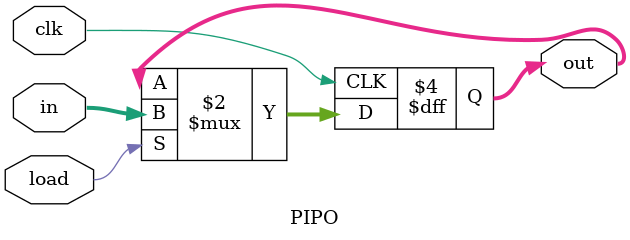
<source format=v>
module PIPO(out, in, load, clk);
	input[15:0] in;
	input load, clk;
	output reg[15:0] out;
	
	always @(posedge clk) begin
		if (load)
			out <= in;
	end
endmodule

</source>
